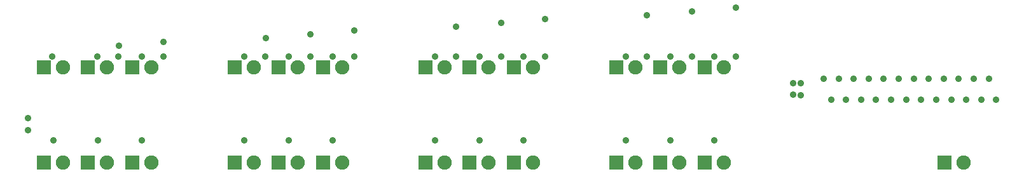
<source format=gts>
G04*
G04 #@! TF.GenerationSoftware,Altium Limited,Altium Designer,24.0.1 (36)*
G04*
G04 Layer_Color=8388736*
%FSLAX44Y44*%
%MOMM*%
G71*
G04*
G04 #@! TF.SameCoordinates,6AB65015-FC58-47BD-B1F7-23B370D85B0D*
G04*
G04*
G04 #@! TF.FilePolarity,Negative*
G04*
G01*
G75*
%ADD11C,1.9032*%
%ADD12R,1.9032X1.9032*%
%ADD13C,0.9032*%
D11*
X1564640Y565150D02*
D03*
X1245655Y692090D02*
D03*
X1186737D02*
D03*
X678737D02*
D03*
X1127820Y565090D02*
D03*
X1186737D02*
D03*
X1245655D02*
D03*
X873820D02*
D03*
X932737D02*
D03*
X991655D02*
D03*
X619820D02*
D03*
X678737D02*
D03*
X737655D02*
D03*
X365820D02*
D03*
X424737D02*
D03*
X483655D02*
D03*
X1127820Y692090D02*
D03*
X873820D02*
D03*
X932737D02*
D03*
X991655D02*
D03*
X619820D02*
D03*
X737655D02*
D03*
X483655D02*
D03*
X424737D02*
D03*
X365820D02*
D03*
D12*
X1539240Y565150D02*
D03*
X1220255Y692090D02*
D03*
X1161337D02*
D03*
X653337D02*
D03*
X1102420Y565090D02*
D03*
X1161337D02*
D03*
X1220255D02*
D03*
X848420D02*
D03*
X907337D02*
D03*
X966255D02*
D03*
X594420D02*
D03*
X653337D02*
D03*
X712255D02*
D03*
X340420D02*
D03*
X399337D02*
D03*
X458255D02*
D03*
X1102420Y692090D02*
D03*
X848420D02*
D03*
X907337D02*
D03*
X966255D02*
D03*
X594420D02*
D03*
X712255D02*
D03*
X458255D02*
D03*
X399337D02*
D03*
X340420D02*
D03*
D13*
X1261872Y772048D02*
D03*
X1203452Y766968D02*
D03*
X1143508Y761888D02*
D03*
X1007618Y756808D02*
D03*
X949452Y751728D02*
D03*
X889762Y746648D02*
D03*
X753872Y741568D02*
D03*
X695198Y736488D02*
D03*
X636270Y731408D02*
D03*
X499872Y726328D02*
D03*
X440436Y721248D02*
D03*
X1233170Y594868D02*
D03*
X1174750D02*
D03*
X1115060D02*
D03*
X979170D02*
D03*
X920750D02*
D03*
X861060D02*
D03*
X725170D02*
D03*
X666750D02*
D03*
X607060D02*
D03*
X471170D02*
D03*
X412750D02*
D03*
X353060D02*
D03*
X1261872Y706628D02*
D03*
X1233170D02*
D03*
X1203452D02*
D03*
X1174750D02*
D03*
X1143762D02*
D03*
X1115060D02*
D03*
X1007872D02*
D03*
X979170D02*
D03*
X949452D02*
D03*
X920750D02*
D03*
X753872D02*
D03*
X725170D02*
D03*
X695452D02*
D03*
X666750D02*
D03*
X635762D02*
D03*
X607060D02*
D03*
X499872D02*
D03*
X471170D02*
D03*
X440182D02*
D03*
X411480D02*
D03*
X351790D02*
D03*
X889762D02*
D03*
X861060D02*
D03*
X319264Y608330D02*
D03*
X319264Y624840D02*
D03*
X1378628Y676656D02*
D03*
X1398628D02*
D03*
X1418628D02*
D03*
X1438628D02*
D03*
X1458628D02*
D03*
X1478628D02*
D03*
X1498628D02*
D03*
X1518628D02*
D03*
X1538628D02*
D03*
X1558628D02*
D03*
X1578628D02*
D03*
X1598628D02*
D03*
X1608552Y649224D02*
D03*
X1588552D02*
D03*
X1568552D02*
D03*
X1548552D02*
D03*
X1528552D02*
D03*
X1508552D02*
D03*
X1488552D02*
D03*
X1468552D02*
D03*
X1448552D02*
D03*
X1428552D02*
D03*
X1408552D02*
D03*
X1388552D02*
D03*
X1348486Y655320D02*
D03*
X1338326Y655574D02*
D03*
Y671068D02*
D03*
X1348486Y670814D02*
D03*
M02*

</source>
